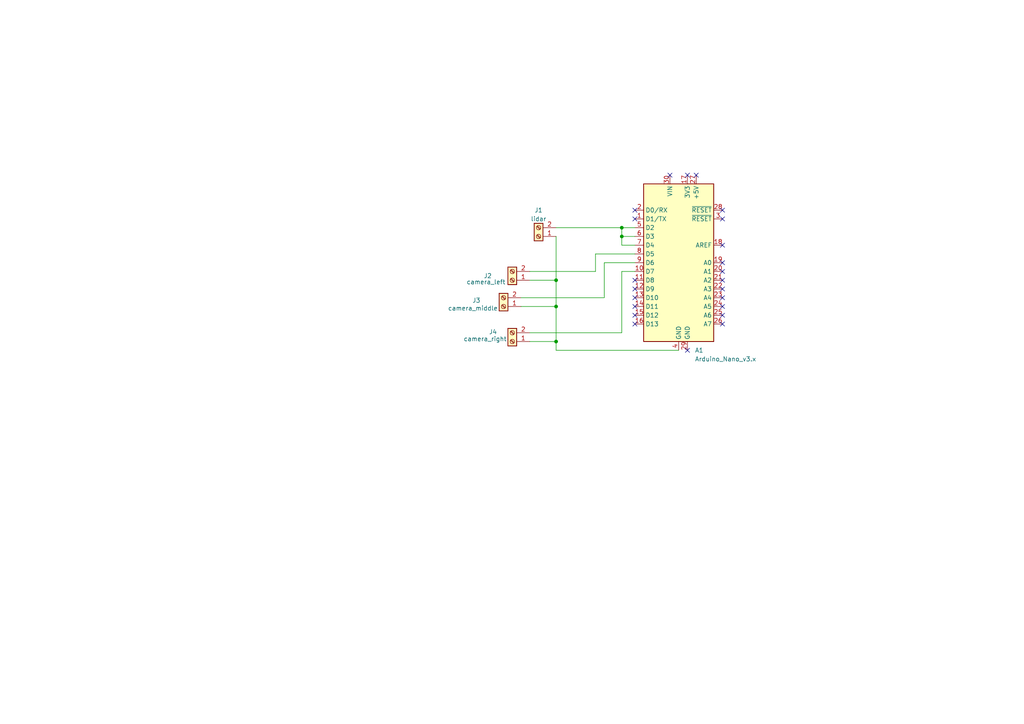
<source format=kicad_sch>
(kicad_sch (version 20250114) (generator "eeschema") (generator_version "9.0")
  (paper "A4")
  (lib_symbols
    (symbol "Connector:Screw_Terminal_01x02" (pin_names (offset 1.016) (hide yes))
      (property "Reference" "J" (at 0 2.54 0))
      (property "Value" "Screw_Terminal_01x02" (at 0 -5.08 0))
      (symbol "Screw_Terminal_01x02_1_1"
        (rectangle (start -1.27 1.27) (end 1.27 -3.81) (stroke (width 0.254)) (fill (type background)))
        (polyline (pts (xy -0.5334 0.3302) (xy 0.3302 -0.508)) (stroke (width 0.1524)))
        (polyline (pts (xy -0.5334 -2.2098) (xy 0.3302 -3.048)) (stroke (width 0.1524)))
        (polyline (pts (xy -0.3556 0.508) (xy 0.508 -0.3302)) (stroke (width 0.1524)))
        (polyline (pts (xy -0.3556 -2.032) (xy 0.508 -2.8702)) (stroke (width 0.1524)))
        (circle (center 0 0) (radius 0.635) (stroke (width 0.1524)))
        (circle (center 0 -2.54) (radius 0.635) (stroke (width 0.1524)))
        (pin passive line (at -5.08 0 0) (length 3.81) (name "Pin_1") (number "1"))
        (pin passive line (at -5.08 -2.54 0) (length 3.81) (name "Pin_2") (number "2"))
      )
    )
    (symbol "MCU_Module:Arduino_Nano_v3.x"
      (property "Reference" "A" (at -10.16 23.495 0))
      (property "Value" "Arduino_Nano_v3.x" (at 5.08 -24.13 0))
      (symbol "Arduino_Nano_v3.x_0_1"
        (rectangle (start -10.16 22.86) (end 10.16 -22.86) (stroke (width 0.254)) (fill (type background)))
      )
      (symbol "Arduino_Nano_v3.x_1_1"
        (pin bidirectional line (at -12.7 15.24 0) (length 2.54) (name "D0/RX") (number "2"))
        (pin bidirectional line (at -12.7 12.7 0) (length 2.54) (name "D1/TX") (number "1"))
        (pin bidirectional line (at -12.7 10.16 0) (length 2.54) (name "D2") (number "5"))
        (pin bidirectional line (at -12.7 7.62 0) (length 2.54) (name "D3") (number "6"))
        (pin bidirectional line (at -12.7 5.08 0) (length 2.54) (name "D4") (number "7"))
        (pin bidirectional line (at -12.7 2.54 0) (length 2.54) (name "D5") (number "8"))
        (pin bidirectional line (at -12.7 0 0) (length 2.54) (name "D6") (number "9"))
        (pin bidirectional line (at -12.7 -2.54 0) (length 2.54) (name "D7") (number "10"))
        (pin bidirectional line (at -12.7 -5.08 0) (length 2.54) (name "D8") (number "11"))
        (pin bidirectional line (at -12.7 -7.62 0) (length 2.54) (name "D9") (number "12"))
        (pin bidirectional line (at -12.7 -10.16 0) (length 2.54) (name "D10") (number "13"))
        (pin bidirectional line (at -12.7 -12.7 0) (length 2.54) (name "D11") (number "14"))
        (pin bidirectional line (at -12.7 -15.24 0) (length 2.54) (name "D12") (number "15"))
        (pin bidirectional line (at -12.7 -17.78 0) (length 2.54) (name "D13") (number "16"))
        (pin power_in line (at -2.54 25.4 270) (length 2.54) (name "VIN") (number "30"))
        (pin power_in line (at 0 -25.4 90) (length 2.54) (name "GND") (number "4"))
        (pin power_out line (at 2.54 25.4 270) (length 2.54) (name "3V3") (number "17"))
        (pin power_in line (at 2.54 -25.4 90) (length 2.54) (name "GND") (number "29"))
        (pin power_out line (at 5.08 25.4 270) (length 2.54) (name "+5V") (number "27"))
        (pin input line (at 12.7 15.24 180) (length 2.54) (name "~{RESET}") (number "28"))
        (pin input line (at 12.7 12.7 180) (length 2.54) (name "~{RESET}") (number "3"))
        (pin input line (at 12.7 5.08 180) (length 2.54) (name "AREF") (number "18"))
        (pin bidirectional line (at 12.7 0 180) (length 2.54) (name "A0") (number "19"))
        (pin bidirectional line (at 12.7 -2.54 180) (length 2.54) (name "A1") (number "20"))
        (pin bidirectional line (at 12.7 -5.08 180) (length 2.54) (name "A2") (number "21"))
        (pin bidirectional line (at 12.7 -7.62 180) (length 2.54) (name "A3") (number "22"))
        (pin bidirectional line (at 12.7 -10.16 180) (length 2.54) (name "A4") (number "23"))
        (pin bidirectional line (at 12.7 -12.7 180) (length 2.54) (name "A5") (number "24"))
        (pin bidirectional line (at 12.7 -15.24 180) (length 2.54) (name "A6") (number "25"))
        (pin bidirectional line (at 12.7 -17.78 180) (length 2.54) (name "A7") (number "26"))
      )
    )
  )
  (junction (at 161.29 81.28))
  (junction (at 161.29 88.9))
  (junction (at 161.29 99.06))
  (junction (at 180.34 66.04))
  (junction (at 180.34 68.58))
  (no_connect (at 209.55 78.74))
  (no_connect (at 209.55 86.36))
  (no_connect (at 184.15 83.82))
  (no_connect (at 199.39 50.8))
  (no_connect (at 184.15 93.98))
  (no_connect (at 209.55 93.98))
  (no_connect (at 184.15 60.96))
  (no_connect (at 209.55 71.12))
  (no_connect (at 184.15 86.36))
  (no_connect (at 184.15 88.9))
  (no_connect (at 209.55 88.9))
  (no_connect (at 194.31 50.8))
  (no_connect (at 201.93 50.8))
  (no_connect (at 209.55 83.82))
  (no_connect (at 199.39 101.6))
  (no_connect (at 209.55 81.28))
  (no_connect (at 209.55 63.5))
  (no_connect (at 184.15 91.44))
  (no_connect (at 209.55 76.2))
  (no_connect (at 209.55 60.96))
  (no_connect (at 184.15 63.5))
  (no_connect (at 184.15 81.28))
  (no_connect (at 209.55 91.44))
  (wire (pts (xy 180.34 68.58) (xy 180.34 71.12)))
  (wire (pts (xy 161.29 88.9) (xy 161.29 99.06)))
  (wire (pts (xy 161.29 66.04) (xy 180.34 66.04)))
  (wire (pts (xy 172.72 73.66) (xy 184.15 73.66)))
  (wire (pts (xy 180.34 78.74) (xy 180.34 96.52)))
  (wire (pts (xy 196.85 101.6) (xy 161.29 101.6)))
  (wire (pts (xy 151.13 86.36) (xy 175.26 86.36)))
  (wire (pts (xy 180.34 68.58) (xy 184.15 68.58)))
  (wire (pts (xy 151.13 88.9) (xy 161.29 88.9)))
  (wire (pts (xy 161.29 81.28) (xy 161.29 88.9)))
  (wire (pts (xy 180.34 78.74) (xy 184.15 78.74)))
  (wire (pts (xy 153.67 81.28) (xy 161.29 81.28)))
  (wire (pts (xy 175.26 76.2) (xy 175.26 86.36)))
  (wire (pts (xy 180.34 66.04) (xy 184.15 66.04)))
  (wire (pts (xy 175.26 76.2) (xy 184.15 76.2)))
  (wire (pts (xy 161.29 68.58) (xy 161.29 81.28)))
  (wire (pts (xy 161.29 99.06) (xy 161.29 101.6)))
  (wire (pts (xy 153.67 96.52) (xy 180.34 96.52)))
  (wire (pts (xy 172.72 78.74) (xy 172.72 73.66)))
  (wire (pts (xy 153.67 78.74) (xy 172.72 78.74)))
  (wire (pts (xy 184.15 71.12) (xy 180.34 71.12)))
  (wire (pts (xy 153.67 99.06) (xy 161.29 99.06)))
  (wire (pts (xy 180.34 66.04) (xy 180.34 68.58)))
  (symbol (lib_id "MCU_Module:Arduino_Nano_v3.x") (at 196.85 76.2 0) (unit 1)
    (property "Reference" "A1" (at 201.5333 101.6 0) (effects (justify left)))
    (property "Value" "Arduino_Nano_v3.x" (at 201.5333 104.14 0) (effects (justify left)))
    (property "Footprint" "Module:Arduino_Nano_WithMountingHoles" (effects (hide yes)))
    (property "Datasheet" "http://www.mouser.com/pdfdocs/Gravitech_Arduino_Nano3_0.pdf" (effects (hide yes)))
    (property "Description" "Arduino Nano v3.x" (effects (hide yes)))
  )
  (symbol (lib_id "Connector:Screw_Terminal_01x02") (at 148.59 81.28 180) (unit 1)
    (property "Reference" "J2" (at 141.478 80.01 0))
    (property "Value" "camera_left" (at 140.97 81.788 0))
    (property "Footprint" "TerminalBlock_Phoenix:TerminalBlock_Phoenix_MKDS-1,5-2_1x02_P5.00mm_Horizontal" (effects (hide yes)))
    (property "Description" "Generic screw terminal, single row, 01x02, script generated (kicad-library-utils/schlib/autogen/connector/)" (effects (hide yes)))
  )
  (symbol (lib_id "Connector:Screw_Terminal_01x02") (at 148.59 99.06 180) (unit 1)
    (property "Reference" "J4" (at 143.002 96.266 0))
    (property "Value" "camera_right" (at 140.716 98.298 0))
    (property "Footprint" "TerminalBlock_Phoenix:TerminalBlock_Phoenix_MKDS-1,5-2_1x02_P5.00mm_Horizontal" (effects (hide yes)))
    (property "Description" "Generic screw terminal, single row, 01x02, script generated (kicad-library-utils/schlib/autogen/connector/)" (effects (hide yes)))
  )
  (symbol (lib_id "Connector:Screw_Terminal_01x02") (at 156.21 68.58 180) (unit 1)
    (property "Reference" "J1" (at 156.21 60.96 0))
    (property "Value" "lidar" (at 156.21 63.5 0))
    (property "Footprint" "TerminalBlock_Phoenix:TerminalBlock_Phoenix_MKDS-1,5-2_1x02_P5.00mm_Horizontal" (effects (hide yes)))
    (property "Description" "Generic screw terminal, single row, 01x02, script generated (kicad-library-utils/schlib/autogen/connector/)" (effects (hide yes)))
  )
  (symbol (lib_id "Connector:Screw_Terminal_01x02") (at 146.05 88.9 180) (unit 1)
    (property "Reference" "J3" (at 138.176 87.122 0))
    (property "Value" "camera_middle" (at 137.16 89.408 0))
    (property "Footprint" "TerminalBlock_Phoenix:TerminalBlock_Phoenix_MKDS-1,5-2_1x02_P5.00mm_Horizontal" (effects (hide yes)))
    (property "Description" "Generic screw terminal, single row, 01x02, script generated (kicad-library-utils/schlib/autogen/connector/)" (effects (hide yes)))
  )
)
</source>
